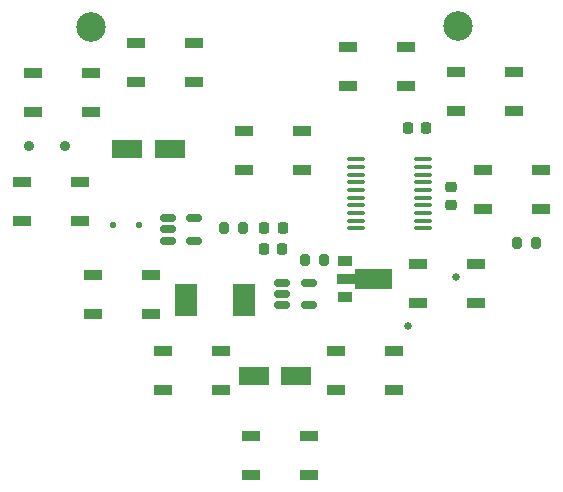
<source format=gts>
G04 #@! TF.GenerationSoftware,KiCad,Pcbnew,8.0.5*
G04 #@! TF.CreationDate,2024-09-23T19:13:39-07:00*
G04 #@! TF.ProjectId,class 2a,636c6173-7320-4326-912e-6b696361645f,rev?*
G04 #@! TF.SameCoordinates,Original*
G04 #@! TF.FileFunction,Soldermask,Top*
G04 #@! TF.FilePolarity,Negative*
%FSLAX46Y46*%
G04 Gerber Fmt 4.6, Leading zero omitted, Abs format (unit mm)*
G04 Created by KiCad (PCBNEW 8.0.5) date 2024-09-23 19:13:39*
%MOMM*%
%LPD*%
G01*
G04 APERTURE LIST*
G04 Aperture macros list*
%AMRoundRect*
0 Rectangle with rounded corners*
0 $1 Rounding radius*
0 $2 $3 $4 $5 $6 $7 $8 $9 X,Y pos of 4 corners*
0 Add a 4 corners polygon primitive as box body*
4,1,4,$2,$3,$4,$5,$6,$7,$8,$9,$2,$3,0*
0 Add four circle primitives for the rounded corners*
1,1,$1+$1,$2,$3*
1,1,$1+$1,$4,$5*
1,1,$1+$1,$6,$7*
1,1,$1+$1,$8,$9*
0 Add four rect primitives between the rounded corners*
20,1,$1+$1,$2,$3,$4,$5,0*
20,1,$1+$1,$4,$5,$6,$7,0*
20,1,$1+$1,$6,$7,$8,$9,0*
20,1,$1+$1,$8,$9,$2,$3,0*%
%AMFreePoly0*
4,1,9,3.862500,-0.866500,0.737500,-0.866500,0.737500,-0.450000,-0.737500,-0.450000,-0.737500,0.450000,0.737500,0.450000,0.737500,0.866500,3.862500,0.866500,3.862500,-0.866500,3.862500,-0.866500,$1*%
G04 Aperture macros list end*
%ADD10RoundRect,0.225000X-0.225000X-0.250000X0.225000X-0.250000X0.225000X0.250000X-0.225000X0.250000X0*%
%ADD11R,1.500000X0.900000*%
%ADD12RoundRect,0.200000X-0.200000X-0.275000X0.200000X-0.275000X0.200000X0.275000X-0.200000X0.275000X0*%
%ADD13RoundRect,0.250000X1.050000X0.550000X-1.050000X0.550000X-1.050000X-0.550000X1.050000X-0.550000X0*%
%ADD14RoundRect,0.150000X-0.512500X-0.150000X0.512500X-0.150000X0.512500X0.150000X-0.512500X0.150000X0*%
%ADD15C,2.500000*%
%ADD16RoundRect,0.225000X0.250000X-0.225000X0.250000X0.225000X-0.250000X0.225000X-0.250000X-0.225000X0*%
%ADD17R,1.903000X2.790000*%
%ADD18R,1.300000X0.900000*%
%ADD19FreePoly0,0.000000*%
%ADD20RoundRect,0.100000X-0.637500X-0.100000X0.637500X-0.100000X0.637500X0.100000X-0.637500X0.100000X0*%
%ADD21RoundRect,0.125000X-0.125000X-0.125000X0.125000X-0.125000X0.125000X0.125000X-0.125000X0.125000X0*%
%ADD22RoundRect,0.250000X-1.050000X-0.550000X1.050000X-0.550000X1.050000X0.550000X-1.050000X0.550000X0*%
%ADD23C,0.900000*%
%ADD24C,0.650000*%
G04 APERTURE END LIST*
D10*
G04 #@! TO.C,C1*
X158025000Y-73100000D03*
X159575000Y-73100000D03*
G04 #@! TD*
G04 #@! TO.C,C3*
X145850000Y-83400000D03*
X147400000Y-83400000D03*
G04 #@! TD*
D11*
G04 #@! TO.C,D7*
X137300000Y-92000000D03*
X137300000Y-95300000D03*
X142200000Y-95300000D03*
X142200000Y-92000000D03*
G04 #@! TD*
D12*
G04 #@! TO.C,R1*
X149300000Y-84300000D03*
X150950000Y-84300000D03*
G04 #@! TD*
D11*
G04 #@! TO.C,D6*
X144800000Y-99200000D03*
X144800000Y-102500000D03*
X149700000Y-102500000D03*
X149700000Y-99200000D03*
G04 #@! TD*
D13*
G04 #@! TO.C,C8*
X148600000Y-94100000D03*
X145000000Y-94100000D03*
G04 #@! TD*
D14*
G04 #@! TO.C,U2*
X147400000Y-86250000D03*
X147400000Y-87200000D03*
X147400000Y-88150000D03*
X149675000Y-88150000D03*
X149675000Y-86250000D03*
G04 #@! TD*
D11*
G04 #@! TO.C,D2*
X162100000Y-68400000D03*
X162100000Y-71700000D03*
X167000000Y-71700000D03*
X167000000Y-68400000D03*
G04 #@! TD*
G04 #@! TO.C,D10*
X126300000Y-68500000D03*
X126300000Y-71800000D03*
X131200000Y-71800000D03*
X131200000Y-68500000D03*
G04 #@! TD*
D10*
G04 #@! TO.C,C2*
X145900000Y-81600000D03*
X147450000Y-81600000D03*
G04 #@! TD*
D15*
G04 #@! TO.C,H2*
X162300000Y-64500000D03*
G04 #@! TD*
D11*
G04 #@! TO.C,D1*
X153000000Y-66300000D03*
X153000000Y-69600000D03*
X157900000Y-69600000D03*
X157900000Y-66300000D03*
G04 #@! TD*
G04 #@! TO.C,D8*
X131400000Y-85600000D03*
X131400000Y-88900000D03*
X136300000Y-88900000D03*
X136300000Y-85600000D03*
G04 #@! TD*
G04 #@! TO.C,D4*
X158900000Y-84600000D03*
X158900000Y-87900000D03*
X163800000Y-87900000D03*
X163800000Y-84600000D03*
G04 #@! TD*
D14*
G04 #@! TO.C,U3*
X137700000Y-80750000D03*
X137700000Y-81700000D03*
X137700000Y-82650000D03*
X139975000Y-82650000D03*
X139975000Y-80750000D03*
G04 #@! TD*
D11*
G04 #@! TO.C,D5*
X152000000Y-92000000D03*
X152000000Y-95300000D03*
X156900000Y-95300000D03*
X156900000Y-92000000D03*
G04 #@! TD*
D16*
G04 #@! TO.C,C4*
X161700000Y-79650000D03*
X161700000Y-78100000D03*
G04 #@! TD*
D11*
G04 #@! TO.C,D11*
X135000000Y-65900000D03*
X135000000Y-69200000D03*
X139900000Y-69200000D03*
X139900000Y-65900000D03*
G04 #@! TD*
D17*
G04 #@! TO.C,L1*
X139300000Y-87700000D03*
X144153000Y-87700000D03*
G04 #@! TD*
D18*
G04 #@! TO.C,U4*
X152750000Y-84400000D03*
D19*
X152837500Y-85900000D03*
D18*
X152750000Y-87400000D03*
G04 #@! TD*
D20*
G04 #@! TO.C,U1*
X153637500Y-75775000D03*
X153637500Y-76425000D03*
X153637500Y-77075000D03*
X153637500Y-77725000D03*
X153637500Y-78375000D03*
X153637500Y-79025000D03*
X153637500Y-79675000D03*
X153637500Y-80325000D03*
X153637500Y-80975000D03*
X153637500Y-81625000D03*
X159362500Y-81625000D03*
X159362500Y-80975000D03*
X159362500Y-80325000D03*
X159362500Y-79675000D03*
X159362500Y-79025000D03*
X159362500Y-78375000D03*
X159362500Y-77725000D03*
X159362500Y-77075000D03*
X159362500Y-76425000D03*
X159362500Y-75775000D03*
G04 #@! TD*
D12*
G04 #@! TO.C,R2*
X142450000Y-81600000D03*
X144100000Y-81600000D03*
G04 #@! TD*
D21*
G04 #@! TO.C,D13*
X133100000Y-81300000D03*
X135300000Y-81300000D03*
G04 #@! TD*
D11*
G04 #@! TO.C,D9*
X125400000Y-77700000D03*
X125400000Y-81000000D03*
X130300000Y-81000000D03*
X130300000Y-77700000D03*
G04 #@! TD*
G04 #@! TO.C,D12*
X144200000Y-73400000D03*
X144200000Y-76700000D03*
X149100000Y-76700000D03*
X149100000Y-73400000D03*
G04 #@! TD*
D12*
G04 #@! TO.C,R3*
X167250000Y-82900000D03*
X168900000Y-82900000D03*
G04 #@! TD*
D15*
G04 #@! TO.C,H1*
X131200000Y-64600000D03*
G04 #@! TD*
D11*
G04 #@! TO.C,D3*
X164400000Y-76700000D03*
X164400000Y-80000000D03*
X169300000Y-80000000D03*
X169300000Y-76700000D03*
G04 #@! TD*
D22*
G04 #@! TO.C,C7*
X134300000Y-74900000D03*
X137900000Y-74900000D03*
G04 #@! TD*
D23*
G04 #@! TO.C,SW1*
X126000000Y-74645000D03*
X129000000Y-74645000D03*
G04 #@! TD*
D24*
G04 #@! TO.C,J1*
X162156725Y-85767148D03*
X158069648Y-89854225D03*
G04 #@! TD*
M02*

</source>
